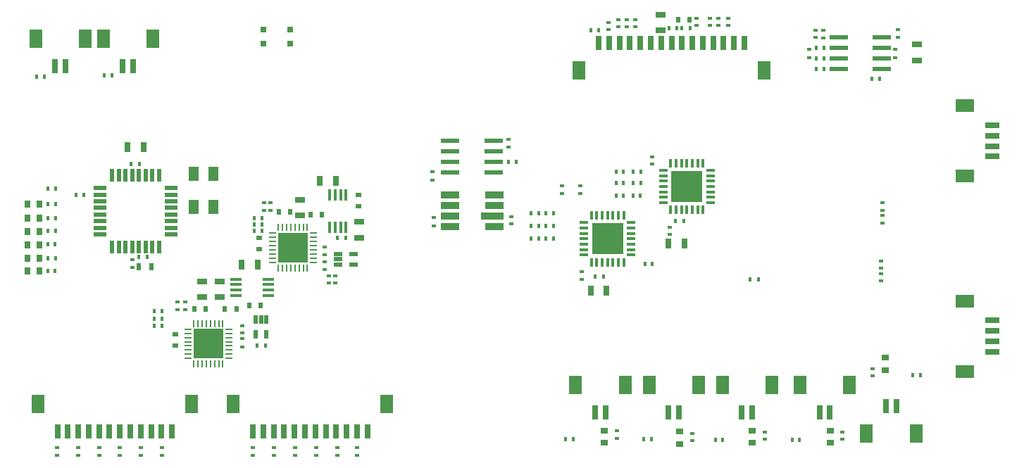
<source format=gbp>
G04*
G04 #@! TF.GenerationSoftware,Altium Limited,Altium Designer,19.1.5 (86)*
G04*
G04 Layer_Color=128*
%FSLAX44Y44*%
%MOMM*%
G71*
G01*
G75*
%ADD17R,0.6000X0.4000*%
%ADD18R,0.4000X0.6000*%
%ADD19R,0.6000X0.4500*%
%ADD21R,1.3000X0.8000*%
%ADD24R,0.4500X0.6000*%
%ADD29R,0.8000X0.6000*%
%ADD32R,0.7000X0.9000*%
%ADD36R,0.5000X0.9000*%
%ADD68R,3.7000X3.7000*%
%ADD69R,0.3300X1.0400*%
%ADD70R,1.0400X0.3300*%
%ADD71R,0.4500X1.3500*%
%ADD72R,1.6000X2.2000*%
%ADD73R,0.7000X1.8000*%
%ADD74R,0.8000X1.3000*%
%ADD75R,1.3500X0.4500*%
%ADD76R,0.9000X0.7000*%
%ADD77R,2.2000X1.6000*%
%ADD78R,1.8000X0.7000*%
%ADD79R,1.5000X0.5500*%
%ADD80R,0.5500X1.5000*%
%ADD81R,0.6000X0.8000*%
%ADD82R,0.7000X0.7500*%
%ADD83R,2.2000X0.6000*%
%ADD84R,2.2500X0.9000*%
%ADD85R,2.8000X0.9000*%
%ADD86R,3.6000X3.6000*%
%ADD87R,0.8400X0.2600*%
%ADD88R,0.2600X0.8400*%
%ADD89R,1.0000X0.4700*%
%ADD90R,1.2000X1.8000*%
%ADD91R,0.4700X1.0000*%
G36*
X1095620Y517851D02*
X1067761D01*
Y545710D01*
X1095620D01*
Y517851D01*
D02*
G37*
G36*
X625931Y462653D02*
X612510D01*
Y476050D01*
X625931D01*
Y462653D01*
D02*
G37*
G36*
X607909Y462651D02*
X594510D01*
Y476050D01*
X607909D01*
Y462651D01*
D02*
G37*
G36*
X1000200Y454841D02*
X972341D01*
Y482700D01*
X1000200D01*
Y454841D01*
D02*
G37*
G36*
X607906Y444625D02*
X594510D01*
Y458050D01*
X607906D01*
Y444625D01*
D02*
G37*
G36*
X625940Y444620D02*
X612510D01*
Y458050D01*
X625940D01*
Y444620D01*
D02*
G37*
G36*
X524331Y347083D02*
X510910D01*
Y360480D01*
X524331D01*
Y347083D01*
D02*
G37*
G36*
X506309Y347081D02*
X492910D01*
Y360480D01*
X506309D01*
Y347081D01*
D02*
G37*
G36*
X506306Y329055D02*
X492910D01*
Y342480D01*
X506306D01*
Y329055D01*
D02*
G37*
G36*
X524340Y329050D02*
X510910D01*
Y342480D01*
X524340D01*
Y329050D01*
D02*
G37*
D17*
X1000100Y240060D02*
D03*
Y231060D02*
D03*
X1090270Y236940D02*
D03*
Y227940D02*
D03*
X1177900Y238790D02*
D03*
Y229790D02*
D03*
X1270610Y238790D02*
D03*
Y229790D02*
D03*
X1307440Y305990D02*
D03*
Y314990D02*
D03*
X955500Y525750D02*
D03*
Y534750D02*
D03*
X653390Y426750D02*
D03*
Y417750D02*
D03*
X661010D02*
D03*
Y426750D02*
D03*
X1095350Y736630D02*
D03*
Y727630D02*
D03*
X1318870Y505380D02*
D03*
Y514380D02*
D03*
X1317600Y429290D02*
D03*
Y420290D02*
D03*
X327000Y219740D02*
D03*
Y210740D02*
D03*
X352146Y219740D02*
D03*
Y210740D02*
D03*
X377292Y219740D02*
D03*
Y210740D02*
D03*
X402438Y219740D02*
D03*
Y210740D02*
D03*
X427584Y219740D02*
D03*
Y210740D02*
D03*
X452730Y219740D02*
D03*
Y210740D02*
D03*
X561950Y219740D02*
D03*
Y210740D02*
D03*
X587350Y219740D02*
D03*
Y210740D02*
D03*
X612750Y219740D02*
D03*
Y210740D02*
D03*
X638150Y219740D02*
D03*
Y210740D02*
D03*
X663550Y219740D02*
D03*
Y210740D02*
D03*
X687680Y219740D02*
D03*
Y210740D02*
D03*
X873100Y488870D02*
D03*
Y497870D02*
D03*
X1042500Y569750D02*
D03*
Y560750D02*
D03*
X933750Y534500D02*
D03*
Y525500D02*
D03*
X1063600Y476170D02*
D03*
Y485170D02*
D03*
X957250Y422500D02*
D03*
Y431500D02*
D03*
X1318870Y490140D02*
D03*
Y499140D02*
D03*
X1317600Y444530D02*
D03*
Y435530D02*
D03*
X575920Y505380D02*
D03*
Y514380D02*
D03*
X471780Y386000D02*
D03*
Y395000D02*
D03*
X648310Y443260D02*
D03*
Y434260D02*
D03*
X549250Y357480D02*
D03*
Y366480D02*
D03*
X583540Y505380D02*
D03*
Y514380D02*
D03*
X480670Y386000D02*
D03*
Y395000D02*
D03*
X1247750Y712970D02*
D03*
Y721970D02*
D03*
X1238860Y722080D02*
D03*
Y713080D02*
D03*
X1337920Y722660D02*
D03*
Y713660D02*
D03*
X1133450Y736630D02*
D03*
Y727630D02*
D03*
X1122020Y736630D02*
D03*
Y727630D02*
D03*
X1111860Y736630D02*
D03*
Y727630D02*
D03*
X1022246Y735066D02*
D03*
Y726066D02*
D03*
X1012086Y735066D02*
D03*
Y726066D02*
D03*
X1001926Y735066D02*
D03*
Y726066D02*
D03*
X989940Y731550D02*
D03*
Y722550D02*
D03*
D18*
X1355750Y307000D02*
D03*
X1364750D02*
D03*
X947250Y229750D02*
D03*
X938250D02*
D03*
X1041000Y230000D02*
D03*
X1032000D02*
D03*
X1127250Y229250D02*
D03*
X1118250D02*
D03*
X1219500Y229500D02*
D03*
X1210500D02*
D03*
X1033500Y441000D02*
D03*
X1042500D02*
D03*
X316150Y531470D02*
D03*
X325150D02*
D03*
X324460Y432410D02*
D03*
X315460D02*
D03*
X324910Y447650D02*
D03*
X315910D02*
D03*
X324460Y464160D02*
D03*
X315460D02*
D03*
X324910Y480670D02*
D03*
X315910D02*
D03*
X324910Y495910D02*
D03*
X315910D02*
D03*
X324910Y512420D02*
D03*
X315910D02*
D03*
X878870Y563220D02*
D03*
X869870D02*
D03*
X1007830Y522580D02*
D03*
X998830D02*
D03*
X914620Y471680D02*
D03*
X923620D02*
D03*
X1007830Y537820D02*
D03*
X998830D02*
D03*
X914620Y486920D02*
D03*
X923620D02*
D03*
X1007830Y551790D02*
D03*
X998830D02*
D03*
X914620Y502160D02*
D03*
X923620D02*
D03*
X1028150Y522580D02*
D03*
X1019150D02*
D03*
X896840Y471680D02*
D03*
X905840D02*
D03*
X1028730Y537820D02*
D03*
X1019730D02*
D03*
X896840Y486920D02*
D03*
X905840D02*
D03*
X1028730Y551790D02*
D03*
X1019730D02*
D03*
X896840Y502160D02*
D03*
X905840D02*
D03*
X383460Y667360D02*
D03*
X392460D02*
D03*
X302180Y666090D02*
D03*
X311180D02*
D03*
X563800Y480670D02*
D03*
X572800D02*
D03*
X443890Y366230D02*
D03*
X452890D02*
D03*
X572800Y495910D02*
D03*
X563800D02*
D03*
X452890Y384010D02*
D03*
X443890D02*
D03*
X572800Y488290D02*
D03*
X563800D02*
D03*
X452890Y375120D02*
D03*
X443890D02*
D03*
X1248440Y700380D02*
D03*
X1239440D02*
D03*
Y674980D02*
D03*
X1248440D02*
D03*
X1306750Y663550D02*
D03*
X1315750D02*
D03*
X1248440Y687680D02*
D03*
X1239440D02*
D03*
X349750Y523850D02*
D03*
X358750D02*
D03*
X968930Y721970D02*
D03*
X977930D02*
D03*
X1071910Y724510D02*
D03*
X1062910D02*
D03*
D19*
X869290Y591080D02*
D03*
Y581080D02*
D03*
X777850Y551710D02*
D03*
Y541710D02*
D03*
X779750Y487000D02*
D03*
Y497000D02*
D03*
X648310Y461460D02*
D03*
Y451460D02*
D03*
X549250Y340970D02*
D03*
Y350970D02*
D03*
X1231240Y689030D02*
D03*
Y699030D02*
D03*
X1334110D02*
D03*
Y689030D02*
D03*
X417170Y436300D02*
D03*
Y446300D02*
D03*
D21*
X690220Y472440D02*
D03*
Y491440D02*
D03*
X1052170Y740750D02*
D03*
Y721750D02*
D03*
X1360780Y704800D02*
D03*
Y685800D02*
D03*
X619100Y518110D02*
D03*
Y499110D02*
D03*
X522580Y419660D02*
D03*
Y400660D02*
D03*
X501250Y419750D02*
D03*
Y400750D02*
D03*
D24*
X577110Y342240D02*
D03*
X567110D02*
D03*
X673630Y471780D02*
D03*
X663630D02*
D03*
X1160200Y422250D02*
D03*
X1170200D02*
D03*
X1087650Y724510D02*
D03*
X1077650D02*
D03*
X1070000Y492750D02*
D03*
X1080000D02*
D03*
X973500Y425750D02*
D03*
X983500D02*
D03*
X424790Y448920D02*
D03*
X434790D02*
D03*
X425980Y560680D02*
D03*
X415980D02*
D03*
D29*
X569570Y458430D02*
D03*
Y472430D02*
D03*
X688950Y523880D02*
D03*
Y509880D02*
D03*
X469250Y356500D02*
D03*
Y342500D02*
D03*
D32*
X290990Y432368D02*
D03*
X305990D02*
D03*
X290990Y448011D02*
D03*
X305990D02*
D03*
X290990Y463654D02*
D03*
X305990D02*
D03*
X290990Y480205D02*
D03*
X305990D02*
D03*
X290990Y496313D02*
D03*
X305990D02*
D03*
X290990Y512420D02*
D03*
X305990D02*
D03*
D36*
X439830Y437490D02*
D03*
X424830D02*
D03*
D68*
X988500Y471000D02*
D03*
X1083920Y534010D02*
D03*
D69*
X1008000Y499350D02*
D03*
X1001500D02*
D03*
X995000D02*
D03*
X988500D02*
D03*
X982000D02*
D03*
X975500D02*
D03*
X969000D02*
D03*
Y442650D02*
D03*
X975500D02*
D03*
X982000D02*
D03*
X988500D02*
D03*
X995000D02*
D03*
X1001500D02*
D03*
X1008000D02*
D03*
X1103420Y505660D02*
D03*
X1096920D02*
D03*
X1090420D02*
D03*
X1083920D02*
D03*
X1077420D02*
D03*
X1070920D02*
D03*
X1064420D02*
D03*
Y562360D02*
D03*
X1070920D02*
D03*
X1077420D02*
D03*
X1083920D02*
D03*
X1090420D02*
D03*
X1096920D02*
D03*
X1103420D02*
D03*
D70*
X1016850Y451500D02*
D03*
Y458000D02*
D03*
Y464500D02*
D03*
Y471000D02*
D03*
Y477500D02*
D03*
Y484000D02*
D03*
Y490500D02*
D03*
X960150D02*
D03*
Y484000D02*
D03*
Y477500D02*
D03*
Y471000D02*
D03*
Y464500D02*
D03*
Y458000D02*
D03*
Y451500D02*
D03*
X1055570Y514510D02*
D03*
Y521010D02*
D03*
Y527510D02*
D03*
Y534010D02*
D03*
Y540510D02*
D03*
Y547010D02*
D03*
Y553510D02*
D03*
X1112270D02*
D03*
Y547010D02*
D03*
Y540510D02*
D03*
Y534010D02*
D03*
Y527510D02*
D03*
Y521010D02*
D03*
Y514510D02*
D03*
D71*
X674250Y484500D02*
D03*
X667750D02*
D03*
X661250D02*
D03*
X654750D02*
D03*
X674250Y524000D02*
D03*
X667750D02*
D03*
X661250D02*
D03*
X654750D02*
D03*
D72*
X1279310Y295250D02*
D03*
X1219810D02*
D03*
X488290Y272390D02*
D03*
X303790D02*
D03*
X723280Y272370D02*
D03*
X538780D02*
D03*
X1359320Y236830D02*
D03*
X1299820D02*
D03*
X1038390Y295250D02*
D03*
X1097890D02*
D03*
X1126560Y295230D02*
D03*
X1186060D02*
D03*
X950130D02*
D03*
X1009630D02*
D03*
X954470Y673730D02*
D03*
X1176470D02*
D03*
X382240Y711790D02*
D03*
X441740D02*
D03*
X300960D02*
D03*
X360460D02*
D03*
D73*
X1255810Y262250D02*
D03*
X1243310D02*
D03*
X464790Y239390D02*
D03*
X452290D02*
D03*
X427290D02*
D03*
X439790D02*
D03*
X389790D02*
D03*
X377290D02*
D03*
X402290D02*
D03*
X414790D02*
D03*
X352290D02*
D03*
X364790D02*
D03*
X339790D02*
D03*
X327290D02*
D03*
X699780Y239370D02*
D03*
X687280D02*
D03*
X662280D02*
D03*
X674780D02*
D03*
X624780D02*
D03*
X612280D02*
D03*
X637280D02*
D03*
X649780D02*
D03*
X587280D02*
D03*
X599780D02*
D03*
X574780D02*
D03*
X562280D02*
D03*
X1335820Y269830D02*
D03*
X1323320D02*
D03*
X1061890Y262250D02*
D03*
X1074390D02*
D03*
X1150060Y262230D02*
D03*
X1162560D02*
D03*
X973630D02*
D03*
X986130D02*
D03*
X977970Y706730D02*
D03*
X990470D02*
D03*
X1015470D02*
D03*
X1002970D02*
D03*
X1052970D02*
D03*
X1065470D02*
D03*
X1040470D02*
D03*
X1027970D02*
D03*
X1090470D02*
D03*
X1077970D02*
D03*
X1140470D02*
D03*
X1152970D02*
D03*
X1102970D02*
D03*
X1127970D02*
D03*
X1115470D02*
D03*
X405740Y678790D02*
D03*
X418240D02*
D03*
X324460D02*
D03*
X336960D02*
D03*
D74*
X548640Y440030D02*
D03*
X567640D02*
D03*
X1061720Y465430D02*
D03*
X1080720D02*
D03*
X987500Y409000D02*
D03*
X968500D02*
D03*
X430480Y581000D02*
D03*
X411480D02*
D03*
X642620Y540360D02*
D03*
X661620D02*
D03*
D75*
X541630Y403050D02*
D03*
Y409550D02*
D03*
Y416050D02*
D03*
Y422550D02*
D03*
X581130Y403050D02*
D03*
Y409550D02*
D03*
Y416050D02*
D03*
Y422550D02*
D03*
D76*
X984860Y225520D02*
D03*
Y240520D02*
D03*
X1075030Y224250D02*
D03*
Y239250D02*
D03*
X1162660Y225520D02*
D03*
Y240520D02*
D03*
X1256450Y225520D02*
D03*
Y240520D02*
D03*
X1322680Y328150D02*
D03*
Y313150D02*
D03*
D77*
X1417950Y396220D02*
D03*
Y311720D02*
D03*
X1418458Y546570D02*
D03*
Y631070D02*
D03*
D78*
X1450950Y347720D02*
D03*
Y335220D02*
D03*
Y360220D02*
D03*
Y372720D02*
D03*
X1451458Y607570D02*
D03*
Y595070D02*
D03*
Y570070D02*
D03*
Y582570D02*
D03*
D79*
X378160Y532230D02*
D03*
Y524230D02*
D03*
Y516230D02*
D03*
Y508230D02*
D03*
Y500230D02*
D03*
Y492230D02*
D03*
Y484230D02*
D03*
Y476230D02*
D03*
X464160D02*
D03*
Y484230D02*
D03*
Y492230D02*
D03*
Y500230D02*
D03*
Y508230D02*
D03*
Y516230D02*
D03*
Y524230D02*
D03*
Y532230D02*
D03*
D80*
X393160Y461230D02*
D03*
X401160D02*
D03*
X409160D02*
D03*
X417160D02*
D03*
X425160D02*
D03*
X433160D02*
D03*
X441160D02*
D03*
X449160D02*
D03*
Y547230D02*
D03*
X441160D02*
D03*
X433160D02*
D03*
X425160D02*
D03*
X417160D02*
D03*
X409160D02*
D03*
X401160D02*
D03*
X393160D02*
D03*
D81*
X1073110Y734670D02*
D03*
X1087110D02*
D03*
X607050Y503530D02*
D03*
X593050D02*
D03*
X631150Y499720D02*
D03*
X645150D02*
D03*
X505450Y386690D02*
D03*
X491450D02*
D03*
X557490Y390500D02*
D03*
X571490D02*
D03*
X528280Y386690D02*
D03*
X542280D02*
D03*
D82*
X575160Y722600D02*
D03*
X607160D02*
D03*
Y706100D02*
D03*
X575160D02*
D03*
D83*
X799510Y550520D02*
D03*
Y563220D02*
D03*
Y588620D02*
D03*
X851510Y550520D02*
D03*
Y563220D02*
D03*
Y588620D02*
D03*
X799510Y575920D02*
D03*
X851510D02*
D03*
X1266200Y674980D02*
D03*
Y687680D02*
D03*
Y713080D02*
D03*
X1318200Y674980D02*
D03*
Y687680D02*
D03*
Y713080D02*
D03*
X1266200Y700380D02*
D03*
X1318200D02*
D03*
D84*
X852860Y523800D02*
D03*
Y511300D02*
D03*
Y485800D02*
D03*
X799360D02*
D03*
Y498300D02*
D03*
Y511300D02*
D03*
Y523800D02*
D03*
D85*
X850110Y498300D02*
D03*
D86*
X610210Y460350D02*
D03*
X508610Y344780D02*
D03*
D87*
X585860Y477850D02*
D03*
Y472850D02*
D03*
Y467850D02*
D03*
Y462850D02*
D03*
Y457850D02*
D03*
Y452850D02*
D03*
Y447850D02*
D03*
Y442850D02*
D03*
X634560D02*
D03*
Y447850D02*
D03*
Y452850D02*
D03*
Y457850D02*
D03*
Y462850D02*
D03*
Y467850D02*
D03*
Y472850D02*
D03*
Y477850D02*
D03*
X484260Y362280D02*
D03*
Y357280D02*
D03*
Y352280D02*
D03*
Y347280D02*
D03*
Y342280D02*
D03*
Y337280D02*
D03*
Y332280D02*
D03*
Y327280D02*
D03*
X532960D02*
D03*
Y332280D02*
D03*
Y337280D02*
D03*
Y342280D02*
D03*
Y347280D02*
D03*
Y352280D02*
D03*
Y357280D02*
D03*
Y362280D02*
D03*
D88*
X627710Y484700D02*
D03*
X622710D02*
D03*
X617710D02*
D03*
X612710D02*
D03*
X607710D02*
D03*
X602710D02*
D03*
X597710D02*
D03*
X592710D02*
D03*
Y436000D02*
D03*
X597710D02*
D03*
X602710D02*
D03*
X607710D02*
D03*
X612710D02*
D03*
X617710D02*
D03*
X622710D02*
D03*
X627710D02*
D03*
X526110Y369130D02*
D03*
X521110D02*
D03*
X516110D02*
D03*
X511110D02*
D03*
X506110D02*
D03*
X501110D02*
D03*
X496110D02*
D03*
X491110D02*
D03*
Y320430D02*
D03*
X496110D02*
D03*
X501110D02*
D03*
X506110D02*
D03*
X511110D02*
D03*
X516110D02*
D03*
X521110D02*
D03*
X526110D02*
D03*
D89*
X664820Y446380D02*
D03*
X682820Y452880D02*
D03*
Y439880D02*
D03*
X664820Y452880D02*
D03*
Y439880D02*
D03*
D90*
X514830Y549250D02*
D03*
Y509250D02*
D03*
X490830D02*
D03*
Y549250D02*
D03*
D91*
X572110Y373990D02*
D03*
X578610Y355990D02*
D03*
X565610D02*
D03*
X578610Y373990D02*
D03*
X565610D02*
D03*
M02*

</source>
